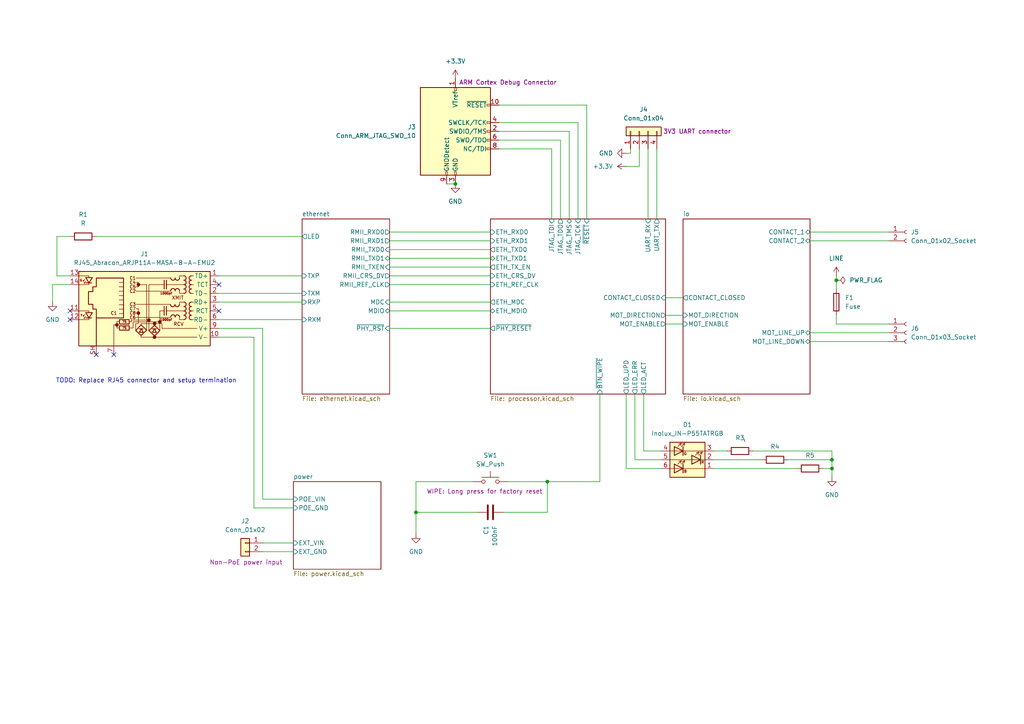
<source format=kicad_sch>
(kicad_sch (version 20250114) (generator "eeschema") (generator_version "9.0")
  (paper "A4")
  (title_block (title "iot-contact"))
  (lib_symbols
    (symbol "Connector:Conn_01x02_Socket" (pin_names (offset 1.016) (hide yes))
      (property "Reference" "J" (at 0 2.54 0))
      (property "Value" "Conn_01x02_Socket" (at 0 -5.08 0))
      (symbol "Conn_01x02_Socket_1_1"
        (polyline (pts (xy -1.27 0) (xy -0.508 0)) (stroke (width 0.1524)))
        (polyline (pts (xy -1.27 -2.54) (xy -0.508 -2.54)) (stroke (width 0.1524)))
        (arc (start 0 -0.508) (mid -0.5058 0) (end 0 0.508) (stroke (width 0.1524)))
        (arc (start 0 -3.048) (mid -0.5058 -2.54) (end 0 -2.032) (stroke (width 0.1524)))
        (pin passive line (at -5.08 0 0) (length 3.81) (name "Pin_1") (number "1"))
        (pin passive line (at -5.08 -2.54 0) (length 3.81) (name "Pin_2") (number "2"))
      )
    )
    (symbol "Connector:Conn_01x03_Socket" (pin_names (offset 1.016) (hide yes))
      (property "Reference" "J" (at 0 5.08 0))
      (property "Value" "Conn_01x03_Socket" (at 0 -5.08 0))
      (symbol "Conn_01x03_Socket_1_1"
        (polyline (pts (xy -1.27 2.54) (xy -0.508 2.54)) (stroke (width 0.1524)))
        (polyline (pts (xy -1.27 0) (xy -0.508 0)) (stroke (width 0.1524)))
        (polyline (pts (xy -1.27 -2.54) (xy -0.508 -2.54)) (stroke (width 0.1524)))
        (arc (start 0 2.032) (mid -0.5058 2.54) (end 0 3.048) (stroke (width 0.1524)))
        (arc (start 0 -0.508) (mid -0.5058 0) (end 0 0.508) (stroke (width 0.1524)))
        (arc (start 0 -3.048) (mid -0.5058 -2.54) (end 0 -2.032) (stroke (width 0.1524)))
        (pin passive line (at -5.08 2.54 0) (length 3.81) (name "Pin_1") (number "1"))
        (pin passive line (at -5.08 0 0) (length 3.81) (name "Pin_2") (number "2"))
        (pin passive line (at -5.08 -2.54 0) (length 3.81) (name "Pin_3") (number "3"))
      )
    )
    (symbol "Connector:Conn_ARM_JTAG_SWD_10" (pin_names (offset 1.016))
      (property "Reference" "J" (at -2.54 16.51 0))
      (property "Value" "Conn_ARM_JTAG_SWD_10" (at -2.54 13.97 0))
      (symbol "Conn_ARM_JTAG_SWD_10_0_1"
        (rectangle (start -10.16 12.7) (end 10.16 -12.7) (stroke (width 0.254)) (fill (type background)))
        (rectangle (start -2.794 -12.7) (end -2.286 -11.684))
        (rectangle (start -0.254 12.7) (end 0.254 11.684))
        (rectangle (start -0.254 -12.7) (end 0.254 -11.684))
        (rectangle (start 9.144 2.286) (end 10.16 2.794))
        (rectangle (start 10.16 7.874) (end 9.144 7.366))
        (rectangle (start 10.16 -0.254) (end 9.144 0.254))
        (rectangle (start 10.16 -2.794) (end 9.144 -2.286))
      )
      (symbol "Conn_ARM_JTAG_SWD_10_1_1"
        (rectangle (start 9.144 -5.334) (end 10.16 -4.826))
        (pin no_connect line (at -10.16 0 0) (length 2.54) (hide yes) (name "KEY") (number "7"))
        (pin passive line (at -2.54 -15.24 90) (length 2.54) (name "GNDDetect") (number "9"))
        (pin power_in line (at 0 15.24 270) (length 2.54) (name "VTref") (number "1"))
        (pin power_in line (at 0 -15.24 90) (length 2.54) (name "GND") (number "3"))
        (pin passive line (at 0 -15.24 90) (length 2.54) (hide yes) (name "GND") (number "5"))
        (pin open_collector line (at 12.7 7.62 180) (length 2.54) (name "~{RESET}") (number "10"))
        (pin output line (at 12.7 2.54 180) (length 2.54) (name "SWCLK/TCK") (number "4"))
        (pin bidirectional line (at 12.7 0 180) (length 2.54) (name "SWDIO/TMS") (number "2"))
        (pin input line (at 12.7 -2.54 180) (length 2.54) (name "SWO/TDO") (number "6"))
        (pin output line (at 12.7 -5.08 180) (length 2.54) (name "NC/TDI") (number "8"))
      )
    )
    (symbol "Connector:RJ45_Abracon_ARJP11A-MASA-B-A-EMU2"
      (property "Reference" "J" (at 18.415 12.7 0))
      (property "Value" "RJ45_Abracon_ARJP11A-MASA-B-A-EMU2" (at -4.445 12.7 0))
      (symbol "RJ45_Abracon_ARJP11A-MASA-B-A-EMU2_0_0"
        (polyline (pts (xy -5.08 8.89) (xy -5.08 6.35)) (stroke (width 0.254)))
        (polyline (pts (xy -5.08 1.27) (xy -5.08 -1.27)) (stroke (width 0.254)))
        (polyline (pts (xy -4.445 8.89) (xy -4.445 6.35)) (stroke (width 0.254)))
        (polyline (pts (xy -4.445 1.27) (xy -4.445 -1.27)) (stroke (width 0.254)))
        (circle (center -3.175 -3.175) (radius 0.0001) (stroke (width 0.508)))
        (circle (center -1.651 -3.683) (radius 0.0001) (stroke (width 0.508)))
        (circle (center -1.651 -7.62) (radius 0.0001) (stroke (width 0.508)))
        (circle (center 0 -2.667) (radius 0.0001) (stroke (width 0.508)))
        (circle (center 3.048 7.62) (radius 0.0001) (stroke (width 0.508)))
        (circle (center 3.048 -0.635) (radius 0.0001) (stroke (width 0.508)))
        (polyline (pts (xy 3.683 8.255) (xy 3.048 8.255) (xy 3.048 6.985) (xy 3.683 6.985)))
        (polyline (pts (xy 3.683 0.635) (xy 3.048 0.635) (xy 3.048 -0.635) (xy 3.683 -0.635)))
        (polyline (pts (xy 8.636 -4.953) (xy 9.271 -4.953) (xy 9.271 -3.048) (xy 8.636 -3.048)))
        (polyline (pts (xy 9.271 -4.064) (xy 10.16 -4.064)))
        (circle (center 9.271 -4.064) (radius 0.0001) (stroke (width 0.508)))
        (polyline (pts (xy 17.399 9.652) (xy 17.399 10.16) (xy 20.32 10.16)))
        (polyline (pts (xy 17.399 -0.508) (xy 17.399 0) (xy 20.32 0)))
        (polyline (pts (xy 20.32 7.62) (xy 17.399 7.62) (xy 17.399 8.128)))
        (polyline (pts (xy 20.32 -2.54) (xy 17.399 -2.54) (xy 17.399 -2.032)))
        (text "XMIT" (at -10.16 3.81 0) (effects (font (size 1.016 1.016)) (justify left)))
        (text "RCV" (at -10.16 -3.81 0) (effects (font (size 1.016 1.016)) (justify left)))
        (text "C1" (at 4.699 9.525 0) (effects (font (size 0.889 0.889))))
        (text "C4" (at 4.699 8.255 0) (effects (font (size 0.889 0.889))))
        (text "C5" (at 4.699 6.985 0) (effects (font (size 0.889 0.889))))
        (text "C2" (at 4.699 5.715 0) (effects (font (size 0.889 0.889))))
        (text "C3" (at 4.699 1.905 0) (effects (font (size 0.889 0.889))))
        (text "C7" (at 4.699 0.635 0) (effects (font (size 0.889 0.889))))
        (text "C8" (at 4.699 -0.635 0) (effects (font (size 0.889 0.889))))
        (text "C6" (at 4.699 -1.905 0) (effects (font (size 0.889 0.889))))
        (text "C1" (at 10.16 -0.635 0) (effects (font (size 0.889 0.889))))
      )
      (symbol "RJ45_Abracon_ARJP11A-MASA-B-A-EMU2_0_1"
        (rectangle (start -17.78 11.43) (end 20.32 -10.16) (stroke (width 0.254)) (fill (type background)))
        (polyline (pts (xy -12.3163 10.16) (xy -12.9513 10.16)))
        (polyline (pts (xy -12.3163 7.62) (xy -12.9513 7.62)))
        (polyline (pts (xy -12.3163 5.08) (xy -12.9513 5.08)))
        (polyline (pts (xy -12.3163 2.54) (xy -12.9513 2.54)))
        (polyline (pts (xy -12.3163 0) (xy -12.9513 0)))
        (polyline (pts (xy -12.3163 -2.54) (xy -12.9513 -2.54)))
        (polyline (pts (xy -10.16 10.16) (xy -8.89 10.16) (xy -8.89 9.525)))
        (polyline (pts (xy -10.16 2.54) (xy -8.89 2.54) (xy -8.89 1.905)))
        (polyline (pts (xy -8.89 5.715) (xy -8.89 5.08) (xy -10.16 5.08)))
        (polyline (pts (xy -8.89 -1.905) (xy -8.89 -2.54) (xy -10.16 -2.54)))
        (polyline (pts (xy -6.35 9.525) (xy 3.683 9.525)))
        (polyline (pts (xy -6.35 5.715) (xy 3.683 5.715)))
        (polyline (pts (xy -6.35 -1.905) (xy 3.683 -1.905)))
        (polyline (pts (xy -6.223 1.905) (xy 3.683 1.905)))
        (polyline (pts (xy -5.08 7.62) (xy -10.16 7.62)))
        (polyline (pts (xy -5.08 0) (xy -10.16 0)))
        (polyline (pts (xy -4.445 7.62) (xy 0 7.62) (xy 0 -5.715)))
        (polyline (pts (xy -4.445 0) (xy -3.175 0) (xy -3.175 -5.715)))
        (polyline (pts (xy 7.366 5.715) (xy 8.636 5.715)))
        (polyline (pts (xy 7.366 4.445) (xy 8.636 4.445)))
        (polyline (pts (xy 7.366 3.175) (xy 8.636 3.175)))
        (polyline (pts (xy 7.366 1.778) (xy 8.636 1.778)))
        (polyline (pts (xy 7.366 0.508) (xy 8.636 0.508)))
        (polyline (pts (xy 8.636 8.255) (xy 7.366 8.255)))
        (polyline (pts (xy 8.636 6.985) (xy 7.366 6.985)))
        (polyline (pts (xy 8.636 -0.762) (xy 7.366 -0.762)))
      )
      (symbol "RJ45_Abracon_ARJP11A-MASA-B-A-EMU2_1_0"
        (text "1000pF" (at -5.08 5.08 0) (effects (font (size 0.635 0.635))))
        (text "1000pF" (at -5.08 -2.54 0) (effects (font (size 0.635 0.635))))
      )
      (symbol "RJ45_Abracon_ARJP11A-MASA-B-A-EMU2_1_1"
        (polyline (pts (xy -13.97 -5.08) (xy -3.81 -5.08)))
        (polyline (pts (xy -13.97 -7.62) (xy 2.286 -7.62)))
        (arc (start -12.3163 2.54) (mid -11.684 1.905) (end -12.3163 1.27) (stroke (width 0.254)))
        (arc (start -12.3136 10.16) (mid -11.6813 9.525) (end -12.3136 8.89) (stroke (width 0.254)))
        (arc (start -12.3136 1.27) (mid -11.6813 0.635) (end -12.3136 0) (stroke (width 0.254)))
        (arc (start -12.3136 0) (mid -11.6813 -0.635) (end -12.3136 -1.27) (stroke (width 0.254)))
        (arc (start -12.3136 -1.27) (mid -11.6813 -1.905) (end -12.3136 -2.54) (stroke (width 0.254)))
        (arc (start -12.3109 8.89) (mid -11.6786 8.255) (end -12.3109 7.62) (stroke (width 0.254)))
        (arc (start -12.3109 7.62) (mid -11.6786 6.985) (end -12.3109 6.35) (stroke (width 0.254)))
        (arc (start -12.3109 6.35) (mid -11.6786 5.715) (end -12.3109 5.08) (stroke (width 0.254)))
        (arc (start -10.1654 8.89) (mid -10.7977 9.525) (end -10.1654 10.16) (stroke (width 0.254)))
        (arc (start -10.1654 7.62) (mid -10.7977 8.255) (end -10.1654 8.89) (stroke (width 0.254)))
        (arc (start -10.1654 6.35) (mid -10.7977 6.985) (end -10.1654 7.62) (stroke (width 0.254)))
        (arc (start -10.1654 1.27) (mid -10.7977 1.905) (end -10.1654 2.54) (stroke (width 0.254)))
        (arc (start -10.1654 0) (mid -10.7977 0.635) (end -10.1654 1.27) (stroke (width 0.254)))
        (arc (start -10.1654 -1.27) (mid -10.7977 -0.635) (end -10.1654 0) (stroke (width 0.254)))
        (arc (start -10.1627 5.08) (mid -10.795 5.715) (end -10.1627 6.35) (stroke (width 0.254)))
        (arc (start -10.1627 -2.54) (mid -10.795 -1.905) (end -10.1627 -1.27) (stroke (width 0.254)))
        (arc (start -7.62 9.5223) (mid -8.255 8.89) (end -8.89 9.5223) (stroke (width 0.254)))
        (arc (start -8.89 5.8447) (mid -8.255 6.477) (end -7.62 5.8447) (stroke (width 0.254)))
        (arc (start -8.89 -1.7753) (mid -8.255 -1.143) (end -7.62 -1.7753) (stroke (width 0.254)))
        (arc (start -7.5565 1.8388) (mid -8.1915 1.2065) (end -8.8265 1.8388) (stroke (width 0.254)))
        (arc (start -6.35 9.525) (mid -6.985 8.8927) (end -7.62 9.525) (stroke (width 0.254)))
        (arc (start -7.62 5.8474) (mid -6.985 6.4797) (end -6.35 5.8474) (stroke (width 0.254)))
        (arc (start -7.62 -1.7726) (mid -6.985 -1.1403) (end -6.35 -1.7726) (stroke (width 0.254)))
        (arc (start -6.2865 1.8415) (mid -6.9215 1.2092) (end -7.5565 1.8415) (stroke (width 0.254)))
        (polyline (pts (xy -3.81 -5.08) (xy -3.81 -3.683) (xy -1.651 -3.683)))
        (polyline (pts (xy -2.159 -5.207) (xy -1.016 -5.207)) (stroke (width 0.254)))
        (polyline (pts (xy -2.159 -6.223) (xy -1.016 -6.223) (xy -1.651 -5.207) (xy -2.159 -6.223)) (stroke (width 0.254)))
        (polyline (pts (xy -1.905 -3.683) (xy -1.651 -3.683) (xy -1.651 -4.191)))
        (polyline (pts (xy -1.651 -3.683) (xy 2.286 -3.683) (xy 2.286 -4.064)))
        (polyline (pts (xy -1.651 -4.191) (xy -3.175 -5.715) (xy -1.651 -7.239) (xy 0 -5.715) (xy -1.651 -4.191)) (stroke (width 0.254)))
        (polyline (pts (xy -1.651 -7.239) (xy -1.651 -7.493)))
        (polyline (pts (xy 1.651 -5.207) (xy 2.794 -5.207)) (stroke (width 0.254)))
        (polyline (pts (xy 1.651 -6.223) (xy 2.794 -6.223) (xy 2.159 -5.207) (xy 1.651 -6.223)) (stroke (width 0.254)))
        (polyline (pts (xy 2.286 -4.064) (xy 0.635 -5.588) (xy 2.286 -7.112) (xy 3.81 -5.715) (xy 2.286 -4.064)) (stroke (width 0.254)))
        (polyline (pts (xy 2.286 -7.112) (xy 2.286 -7.62)))
        (polyline (pts (xy 3.048 7.62) (xy 0.635 7.62) (xy 0.635 -5.588)))
        (polyline (pts (xy 3.048 -0.508) (xy 3.048 -3.683) (xy 3.81 -3.683) (xy 3.81 -5.715)))
        (polyline (pts (xy 5.715 -3.175) (xy 5.08 -3.175) (xy 5.08 -2.667) (xy 0 -2.667)))
        (polyline (pts (xy 5.715 -4.953) (xy 4.572 -4.953) (xy 4.572 -3.175) (xy -3.175 -3.175)))
        (polyline (pts (xy 7.366 -2.032) (xy 7.366 9.525) (xy 15.24 9.525) (xy 15.24 6.985) (xy 16.256 6.985) (xy 16.256 5.588) (xy 17.526 5.588) (xy 17.526 1.905) (xy 16.256 1.905) (xy 16.256 0.508) (xy 15.24 0.508) (xy 15.24 -2.032) (xy 7.366 -2.032)) (stroke (width 0.254)))
        (rectangle (start 8.509 -3.81) (end 5.715 -2.54) (stroke (width 0.254)))
        (rectangle (start 8.509 -5.588) (end 5.715 -4.318) (stroke (width 0.254)))
        (polyline (pts (xy 10.16 -4.064) (xy 10.16 -10.16)))
        (polyline (pts (xy 15.24 -10.16) (xy 15.24 -2.032)) (stroke (width 0.254)))
        (polyline (pts (xy 18.161 8.128) (xy 16.637 8.128)) (stroke (width 0.254)))
        (polyline (pts (xy 18.161 -2.032) (xy 16.637 -2.032)) (stroke (width 0.254)))
        (polyline (pts (xy 18.288 9.652) (xy 16.383 9.652) (xy 17.399 8.128) (xy 18.288 9.652)) (stroke (width 0.254)))
        (polyline (pts (xy 18.288 8.509) (xy 18.796 8.001) (xy 18.542 8.001)))
        (polyline (pts (xy 18.288 -0.508) (xy 16.383 -0.508) (xy 17.399 -2.032) (xy 18.288 -0.508)) (stroke (width 0.254)))
        (polyline (pts (xy 18.288 -1.651) (xy 18.796 -2.159) (xy 18.542 -2.159)))
        (polyline (pts (xy 18.542 9.144) (xy 19.05 8.636) (xy 18.796 8.636)))
        (polyline (pts (xy 18.542 -1.016) (xy 19.05 -1.524) (xy 18.796 -1.524)))
        (polyline (pts (xy 18.796 8.001) (xy 18.796 8.255)))
        (polyline (pts (xy 18.796 -2.159) (xy 18.796 -1.905)))
        (polyline (pts (xy 19.05 8.636) (xy 19.05 8.89)))
        (polyline (pts (xy 19.05 -1.524) (xy 19.05 -1.27)))
        (text "75" (at 7.112 -3.175 0) (effects (font (size 0.635 0.635))))
        (text "75" (at 7.112 -4.953 0) (effects (font (size 0.635 0.635))))
        (text "Y" (at 19.558 -1.27 0) (effects (font (size 0.635 0.635))))
        (text "G" (at 19.685 8.89 0) (effects (font (size 0.635 0.635))))
        (pin passive line (at -20.32 10.16 0) (length 2.54) (name "TD+") (number "1"))
        (pin passive line (at -20.32 7.62 0) (length 2.54) (name "TCT") (number "4"))
        (pin passive line (at -20.32 5.08 0) (length 2.54) (name "TD-") (number "2"))
        (pin passive line (at -20.32 2.54 0) (length 2.54) (name "RD+") (number "3"))
        (pin passive line (at -20.32 0 0) (length 2.54) (name "RCT") (number "5"))
        (pin passive line (at -20.32 -2.54 0) (length 2.54) (name "RD-") (number "6"))
        (pin power_out line (at -20.32 -5.08 0) (length 2.54) (name "V+") (number "9"))
        (pin power_out line (at -20.32 -7.62 0) (length 2.54) (name "V-") (number "10"))
        (pin power_in line (at 10.16 -12.7 90) (length 2.54) (name "") (number "7"))
        (pin passive line (at 15.24 -12.7 90) (length 2.54) (name "") (number "SH"))
        (pin no_connect line (at 20.32 5.08 0) (length 0) (hide yes) (name "NC") (number "8"))
        (pin passive line (at 22.86 10.16 180) (length 2.54) (name "") (number "13"))
        (pin passive line (at 22.86 7.62 180) (length 2.54) (name "") (number "14"))
        (pin passive line (at 22.86 0 180) (length 2.54) (name "") (number "11"))
        (pin passive line (at 22.86 -2.54 180) (length 2.54) (name "") (number "12"))
      )
    )
    (symbol "Connector_Generic:Conn_01x02" (pin_names (offset 1.016) (hide yes))
      (property "Reference" "J" (at 0 2.54 0))
      (property "Value" "Conn_01x02" (at 0 -5.08 0))
      (symbol "Conn_01x02_1_1"
        (rectangle (start -1.27 1.27) (end 1.27 -3.81) (stroke (width 0.254)) (fill (type background)))
        (rectangle (start -1.27 0.127) (end 0 -0.127) (stroke (width 0.1524)))
        (rectangle (start -1.27 -2.413) (end 0 -2.667) (stroke (width 0.1524)))
        (pin passive line (at -5.08 0 0) (length 3.81) (name "Pin_1") (number "1"))
        (pin passive line (at -5.08 -2.54 0) (length 3.81) (name "Pin_2") (number "2"))
      )
    )
    (symbol "Connector_Generic:Conn_01x04" (pin_names (offset 1.016) (hide yes))
      (property "Reference" "J" (at 0 5.08 0))
      (property "Value" "Conn_01x04" (at 0 -7.62 0))
      (symbol "Conn_01x04_1_1"
        (rectangle (start -1.27 3.81) (end 1.27 -6.35) (stroke (width 0.254)) (fill (type background)))
        (rectangle (start -1.27 2.667) (end 0 2.413) (stroke (width 0.1524)))
        (rectangle (start -1.27 0.127) (end 0 -0.127) (stroke (width 0.1524)))
        (rectangle (start -1.27 -2.413) (end 0 -2.667) (stroke (width 0.1524)))
        (rectangle (start -1.27 -4.953) (end 0 -5.207) (stroke (width 0.1524)))
        (pin passive line (at -5.08 2.54 0) (length 3.81) (name "Pin_1") (number "1"))
        (pin passive line (at -5.08 0 0) (length 3.81) (name "Pin_2") (number "2"))
        (pin passive line (at -5.08 -2.54 0) (length 3.81) (name "Pin_3") (number "3"))
        (pin passive line (at -5.08 -5.08 0) (length 3.81) (name "Pin_4") (number "4"))
      )
    )
    (symbol "Device:C" (pin_numbers (hide yes)) (pin_names (offset 0.254))
      (property "Reference" "C" (at 0.635 2.54 0))
      (property "Value" "C" (at 0.635 -2.54 0))
      (symbol "C_0_1"
        (polyline (pts (xy -2.032 0.762) (xy 2.032 0.762)) (stroke (width 0.508)))
        (polyline (pts (xy -2.032 -0.762) (xy 2.032 -0.762)) (stroke (width 0.508)))
      )
      (symbol "C_1_1"
        (pin passive line (at 0 3.81 270) (length 2.794) (name "~") (number "1"))
        (pin passive line (at 0 -3.81 90) (length 2.794) (name "~") (number "2"))
      )
    )
    (symbol "Device:Fuse" (pin_numbers (hide yes)) (pin_names (offset 0))
      (property "Reference" "F" (at 2.032 0 90))
      (property "Value" "Fuse" (at -1.905 0 90))
      (symbol "Fuse_0_1"
        (rectangle (start -0.762 -2.54) (end 0.762 2.54) (stroke (width 0.254)))
        (polyline (pts (xy 0 2.54) (xy 0 -2.54)))
      )
      (symbol "Fuse_1_1"
        (pin passive line (at 0 3.81 270) (length 1.27) (name "~") (number "1"))
        (pin passive line (at 0 -3.81 90) (length 1.27) (name "~") (number "2"))
      )
    )
    (symbol "Device:R" (pin_numbers (hide yes)) (pin_names (offset 0))
      (property "Reference" "R" (at 2.032 0 90))
      (property "Value" "R" (at 0 0 90))
      (symbol "R_0_1"
        (rectangle (start -1.016 -2.54) (end 1.016 2.54) (stroke (width 0.254)))
      )
      (symbol "R_1_1"
        (pin passive line (at 0 3.81 270) (length 1.27) (name "~") (number "1"))
        (pin passive line (at 0 -3.81 90) (length 1.27) (name "~") (number "2"))
      )
    )
    (symbol "LED:Inolux_IN-P55TATRGB" (pin_names (hide yes))
      (property "Reference" "D" (at -5.08 6.35 0))
      (property "Value" "Inolux_IN-P55TATRGB" (at -5.08 -6.35 0))
      (symbol "Inolux_IN-P55TATRGB_0_0"
        (text "B" (at -0.635 -3.3274 0) (effects (font (size 0.762 0.762))))
      )
      (symbol "Inolux_IN-P55TATRGB_0_1"
        (rectangle (start -5.08 5.08) (end 5.08 -5.08) (stroke (width 0.254)) (fill (type background)))
        (polyline (pts (xy -5.08 2.54) (xy 5.08 2.54)))
        (polyline (pts (xy -5.08 0) (xy 5.08 0)))
        (polyline (pts (xy -5.08 -2.54) (xy 5.08 -2.54)))
        (polyline (pts (xy -3.81 3.81) (xy -3.81 1.27) (xy -1.27 2.54) (xy -3.81 3.81)) (stroke (width 0.254)))
        (polyline (pts (xy -3.81 -1.27) (xy -3.81 -3.81) (xy -1.27 -2.54) (xy -3.81 -1.27)) (stroke (width 0.254)))
        (polyline (pts (xy -2.794 3.81) (xy -1.778 4.826)))
        (polyline (pts (xy -2.794 -1.27) (xy -1.778 -0.254)))
        (polyline (pts (xy -2.54 4.572) (xy -1.778 4.826) (xy -2.032 4.064)))
        (polyline (pts (xy -2.032 -1.016) (xy -1.778 -0.254) (xy -2.54 -0.508)))
        (polyline (pts (xy -1.778 3.81) (xy -0.762 4.826)))
        (polyline (pts (xy -1.778 -1.27) (xy -0.762 -0.254)))
        (polyline (pts (xy -1.524 4.572) (xy -0.762 4.826) (xy -1.016 4.064)))
        (polyline (pts (xy -1.524 -0.508) (xy -0.762 -0.254) (xy -1.016 -1.016)))
        (polyline (pts (xy -1.27 3.81) (xy -1.27 1.27)) (stroke (width 0.254)))
        (polyline (pts (xy -1.27 -1.27) (xy -1.27 -3.81)) (stroke (width 0.254)))
        (polyline (pts (xy 1.27 1.27) (xy 1.27 -1.27) (xy 3.81 0) (xy 1.27 1.27)) (stroke (width 0.254)))
        (polyline (pts (xy 2.286 1.27) (xy 3.302 2.286)))
        (polyline (pts (xy 3.048 1.524) (xy 3.302 2.286) (xy 2.54 2.032)))
        (polyline (pts (xy 3.302 1.27) (xy 4.318 2.286)))
        (polyline (pts (xy 3.556 2.032) (xy 4.318 2.286) (xy 4.064 1.524)))
        (polyline (pts (xy 3.81 1.27) (xy 3.81 -1.27)) (stroke (width 0.254)))
      )
      (symbol "Inolux_IN-P55TATRGB_1_0"
        (text "G" (at -0.635 1.8034 0) (effects (font (size 0.762 0.762))))
        (text "R" (at 4.4196 -0.7112 0) (effects (font (size 0.762 0.762))))
      )
      (symbol "Inolux_IN-P55TATRGB_1_1"
        (pin passive line (at -7.62 2.54 0) (length 2.54) (name "AG") (number "4"))
        (pin passive line (at -7.62 0 0) (length 2.54) (name "AR") (number "5"))
        (pin passive line (at -7.62 -2.54 0) (length 2.54) (name "AB") (number "6"))
        (pin passive line (at 7.62 2.54 180) (length 2.54) (name "KG") (number "3"))
        (pin passive line (at 7.62 0 180) (length 2.54) (name "KR") (number "2"))
        (pin passive line (at 7.62 -2.54 180) (length 2.54) (name "KB") (number "1"))
      )
    )
    (symbol "Switch:SW_Push" (pin_numbers (hide yes)) (pin_names (offset 1.016) (hide yes))
      (property "Reference" "SW" (at 1.27 2.54 0))
      (property "Value" "SW_Push" (at 0 -1.524 0))
      (symbol "SW_Push_0_1"
        (circle (center -2.032 0) (radius 0.508))
        (polyline (pts (xy 0 1.27) (xy 0 3.048)))
        (circle (center 2.032 0) (radius 0.508))
        (polyline (pts (xy 2.54 1.27) (xy -2.54 1.27)))
        (pin passive line (at -5.08 0 0) (length 2.54) (name "1") (number "1"))
        (pin passive line (at 5.08 0 180) (length 2.54) (name "2") (number "2"))
      )
    )
    (symbol "power:+3.3V" (power) (pin_numbers (hide yes)) (pin_names (offset 0) (hide yes))
      (property "Value" "+3.3V" (at 0 3.556 0))
      (symbol "+3.3V_0_1"
        (polyline (pts (xy -0.762 1.27) (xy 0 2.54)))
        (polyline (pts (xy 0 2.54) (xy 0.762 1.27)))
        (polyline (pts (xy 0 0) (xy 0 2.54)))
      )
      (symbol "+3.3V_1_1"
        (pin power_in line (at 0 0 90) (length 0) (name "~") (number "1"))
      )
    )
    (symbol "power:GND" (power) (pin_numbers (hide yes)) (pin_names (offset 0) (hide yes))
      (property "Value" "GND" (at 0 -3.81 0))
      (symbol "GND_0_1"
        (polyline (pts (xy 0 0) (xy 0 -1.27) (xy 1.27 -1.27) (xy 0 -2.54) (xy -1.27 -1.27) (xy 0 -1.27)))
      )
      (symbol "GND_1_1"
        (pin power_in line (at 0 0 270) (length 0) (name "~") (number "1"))
      )
    )
    (symbol "power:LINE" (power) (pin_numbers (hide yes)) (pin_names (offset 0) (hide yes))
      (property "Value" "LINE" (at 0 3.556 0))
      (symbol "LINE_0_1"
        (polyline (pts (xy -0.762 1.27) (xy 0 2.54)))
        (polyline (pts (xy 0 2.54) (xy 0.762 1.27)))
        (polyline (pts (xy 0 0) (xy 0 2.54)))
      )
      (symbol "LINE_1_1"
        (pin power_in line (at 0 0 90) (length 0) (name "~") (number "1"))
      )
    )
    (symbol "power:PWR_FLAG" (power) (pin_numbers (hide yes)) (pin_names (offset 0) (hide yes))
      (property "Value" "PWR_FLAG" (at 0 3.81 0))
      (symbol "PWR_FLAG_0_0"
        (pin power_out line (at 0 0 90) (length 0) (name "~") (number "1"))
      )
      (symbol "PWR_FLAG_0_1"
        (polyline (pts (xy 0 0) (xy 0 1.27) (xy -1.016 1.905) (xy 0 2.54) (xy 1.016 1.905) (xy 0 1.27)))
      )
    )
  )
  (text "TODO: Replace RJ45 connector and setup termination" (at 42.418 110.49 0) (effects (font (size 1.27 1.27))))
  (junction (at 120.65 148.59))
  (junction (at 241.3 133.35))
  (junction (at 242.57 81.28))
  (junction (at 158.75 139.7))
  (junction (at 241.3 135.89))
  (junction (at 132.08 53.34))
  (no_connect (at 33.02 102.87))
  (no_connect (at 27.94 102.87))
  (no_connect (at 63.5 90.17))
  (no_connect (at 63.5 82.55))
  (no_connect (at 20.32 90.17))
  (no_connect (at 20.32 92.71))
  (wire (pts (xy 162.56 40.64) (xy 162.56 63.5)))
  (wire (pts (xy 190.5 43.18) (xy 190.5 63.5)))
  (wire (pts (xy 120.65 139.7) (xy 137.16 139.7)))
  (wire (pts (xy 120.65 139.7) (xy 120.65 148.59)))
  (wire (pts (xy 113.03 69.85) (xy 142.24 69.85)))
  (wire (pts (xy 234.95 67.31) (xy 257.81 67.31)))
  (wire (pts (xy 113.03 74.93) (xy 142.24 74.93)))
  (wire (pts (xy 228.6 133.35) (xy 241.3 133.35)))
  (wire (pts (xy 181.61 114.3) (xy 181.61 135.89)))
  (wire (pts (xy 185.42 48.26) (xy 181.61 48.26)))
  (wire (pts (xy 158.75 148.59) (xy 158.75 139.7)))
  (wire (pts (xy 207.01 130.81) (xy 210.82 130.81)))
  (wire (pts (xy 147.32 139.7) (xy 158.75 139.7)))
  (wire (pts (xy 113.03 95.25) (xy 142.24 95.25)))
  (wire (pts (xy 241.3 135.89) (xy 241.3 138.43)))
  (wire (pts (xy 20.32 82.55) (xy 15.24 82.55)))
  (wire (pts (xy 181.61 135.89) (xy 191.77 135.89)))
  (wire (pts (xy 144.78 35.56) (xy 167.64 35.56)))
  (wire (pts (xy 158.75 139.7) (xy 173.99 139.7)))
  (wire (pts (xy 193.04 86.36) (xy 198.12 86.36)))
  (wire (pts (xy 144.78 30.48) (xy 170.18 30.48)))
  (wire (pts (xy 170.18 30.48) (xy 170.18 63.5)))
  (wire (pts (xy 16.51 68.58) (xy 16.51 80.01)))
  (wire (pts (xy 173.99 114.3) (xy 173.99 139.7)))
  (wire (pts (xy 27.94 68.58) (xy 87.63 68.58)))
  (wire (pts (xy 186.69 130.81) (xy 191.77 130.81)))
  (wire (pts (xy 113.03 77.47) (xy 142.24 77.47)))
  (wire (pts (xy 234.95 69.85) (xy 257.81 69.85)))
  (wire (pts (xy 186.69 114.3) (xy 186.69 130.81)))
  (wire (pts (xy 129.54 53.34) (xy 132.08 53.34)))
  (wire (pts (xy 16.51 80.01) (xy 20.32 80.01)))
  (wire (pts (xy 144.78 40.64) (xy 162.56 40.64)))
  (wire (pts (xy 241.3 133.35) (xy 241.3 135.89)))
  (wire (pts (xy 73.66 97.79) (xy 73.66 147.32)))
  (wire (pts (xy 242.57 93.98) (xy 257.81 93.98)))
  (wire (pts (xy 238.76 135.89) (xy 241.3 135.89)))
  (wire (pts (xy 181.61 44.45) (xy 182.88 44.45)))
  (wire (pts (xy 187.96 43.18) (xy 187.96 63.5)))
  (wire (pts (xy 63.5 95.25) (xy 76.2 95.25)))
  (wire (pts (xy 63.5 92.71) (xy 87.63 92.71)))
  (wire (pts (xy 242.57 80.01) (xy 242.57 81.28)))
  (wire (pts (xy 185.42 43.18) (xy 185.42 48.26)))
  (wire (pts (xy 144.78 43.18) (xy 160.02 43.18)))
  (wire (pts (xy 182.88 44.45) (xy 182.88 43.18)))
  (wire (pts (xy 120.65 148.59) (xy 120.65 154.94)))
  (wire (pts (xy 76.2 160.02) (xy 85.09 160.02)))
  (wire (pts (xy 165.1 38.1) (xy 165.1 63.5)))
  (wire (pts (xy 113.03 67.31) (xy 142.24 67.31)))
  (wire (pts (xy 218.44 130.81) (xy 241.3 130.81)))
  (wire (pts (xy 63.5 97.79) (xy 73.66 97.79)))
  (wire (pts (xy 193.04 91.44) (xy 198.12 91.44)))
  (wire (pts (xy 76.2 144.78) (xy 85.09 144.78)))
  (wire (pts (xy 184.15 133.35) (xy 191.77 133.35)))
  (wire (pts (xy 113.03 80.01) (xy 142.24 80.01)))
  (wire (pts (xy 167.64 35.56) (xy 167.64 63.5)))
  (wire (pts (xy 63.5 80.01) (xy 87.63 80.01)))
  (wire (pts (xy 113.03 87.63) (xy 142.24 87.63)))
  (wire (pts (xy 242.57 91.44) (xy 242.57 93.98)))
  (wire (pts (xy 113.03 90.17) (xy 142.24 90.17)))
  (wire (pts (xy 144.78 38.1) (xy 165.1 38.1)))
  (wire (pts (xy 160.02 43.18) (xy 160.02 63.5)))
  (wire (pts (xy 76.2 157.48) (xy 85.09 157.48)))
  (wire (pts (xy 113.03 82.55) (xy 142.24 82.55)))
  (wire (pts (xy 184.15 114.3) (xy 184.15 133.35)))
  (wire (pts (xy 207.01 133.35) (xy 220.98 133.35)))
  (wire (pts (xy 193.04 93.98) (xy 198.12 93.98)))
  (wire (pts (xy 73.66 147.32) (xy 85.09 147.32)))
  (wire (pts (xy 241.3 130.81) (xy 241.3 133.35)))
  (wire (pts (xy 20.32 68.58) (xy 16.51 68.58)))
  (wire (pts (xy 146.05 148.59) (xy 158.75 148.59)))
  (wire (pts (xy 113.03 72.39) (xy 142.24 72.39)))
  (wire (pts (xy 242.57 81.28) (xy 242.57 83.82)))
  (wire (pts (xy 234.95 96.52) (xy 257.81 96.52)))
  (wire (pts (xy 15.24 82.55) (xy 15.24 87.63)))
  (wire (pts (xy 76.2 95.25) (xy 76.2 144.78)))
  (wire (pts (xy 138.43 148.59) (xy 120.65 148.59)))
  (wire (pts (xy 234.95 99.06) (xy 257.81 99.06)))
  (wire (pts (xy 63.5 85.09) (xy 87.63 85.09)))
  (wire (pts (xy 207.01 135.89) (xy 231.14 135.89)))
  (wire (pts (xy 63.5 87.63) (xy 87.63 87.63)))
  (symbol (lib_id "Device:R") (at 234.95 135.89 270) (unit 1)
    (property "Reference" "R5" (at 234.95 132.08 90))
    (property "Description" "Resistor" (effects (hide yes)))
  )
  (symbol (lib_id "Connector:RJ45_Abracon_ARJP11A-MASA-B-A-EMU2") (at 43.18 90.17 0) (mirror y) (unit 1)
    (property "Reference" "J1" (at 41.91 73.66 0))
    (property "Value" "RJ45_Abracon_ARJP11A-MASA-B-A-EMU2" (at 41.91 76.2 0))
    (property "Footprint" "Connector_RJ:RJ45_Abracon_ARJP11A-MA_Horizontal" (effects (hide yes)))
    (property "Datasheet" "https://abracon.com/Magnetics/lan/ARJP11A.PDF" (effects (hide yes)))
    (property "Description" "RJ45 PoE 10/100 Base-TX Jack with Magnetic Module" (effects (hide yes)))
  )
  (symbol (lib_id "Switch:SW_Push") (at 142.24 139.7 0) (mirror y) (unit 1)
    (property "Reference" "SW1" (at 142.24 132.08 0))
    (property "Value" "SW_Push" (at 142.24 134.62 0))
    (property "Footprint" "Button_Switch_SMD:SW_SPST_TL3305B" (effects (hide yes)))
    (property "Datasheet" "https://www.e-switch.com/wp-content/uploads/2024/08/TL3305.pdf" (effects (hide yes)))
    (property "Description" "WIPE: Long press for factory reset" (at 123.698 142.494 0) (effects (justify right)))
    (property "MPN" "TL3305BF260QG" (effects (hide yes)))
    (property "Manufacturer" "E-Switch" (effects (hide yes)))
  )
  (symbol (lib_id "power:+3.3V") (at 132.08 22.86 0) (unit 1)
    (property "Reference" "#PWR03" (effects (hide yes)))
    (property "Value" "+3.3V" (at 132.08 17.78 0))
    (property "Description" "Power symbol creates a global label with name \"+3.3V\"" (effects (hide yes)))
  )
  (symbol (lib_id "Connector_Generic:Conn_01x04") (at 185.42 38.1 90) (unit 1)
    (property "Reference" "J4" (at 186.69 31.75 90))
    (property "Value" "Conn_01x04" (at 186.69 34.29 90))
    (property "Footprint" "Connector_PinHeader_2.54mm:PinHeader_1x04_P2.54mm_Vertical" (effects (hide yes)))
    (property "Description" "3V3 UART connector" (at 202.184 38.1 90))
  )
  (symbol (lib_id "LED:Inolux_IN-P55TATRGB") (at 199.39 133.35 0) (unit 1)
    (property "Reference" "D1" (at 199.39 123.19 0))
    (property "Value" "Inolux_IN-P55TATRGB" (at 199.39 125.73 0))
    (property "Footprint" "LED_SMD:LED_Inolux_IN-P55TATRGB_PLCC6_5.0x5.5mm_P1.8mm" (effects (hide yes)))
    (property "Datasheet" "https://www.inolux-corp.com/datasheet/SMDLED/RGB%20Top%20View/IN-P55TATRGB.pdf" (effects (hide yes)))
    (property "Description" "Inolux RGB LED, PLCC-6" (effects (hide yes)))
  )
  (symbol (lib_id "Connector:Conn_01x03_Socket") (at 262.89 96.52 0) (unit 1)
    (property "Reference" "J6" (at 264.16 95.2499 0) (effects (justify left)))
    (property "Value" "Conn_01x03_Socket" (at 264.16 97.7899 0) (effects (justify left)))
    (property "Footprint" "TerminalBlock_WAGO:TerminalBlock_WAGO_236-403_1x03_P5.00mm_45Degree" (effects (hide yes)))
    (property "Description" "Generic connector, single row, 01x03, script generated" (effects (hide yes)))
  )
  (symbol (lib_id "Connector:Conn_ARM_JTAG_SWD_10") (at 132.08 38.1 0) (unit 1)
    (property "Reference" "J3" (at 120.65 36.8299 0) (effects (justify right)))
    (property "Value" "Conn_ARM_JTAG_SWD_10" (at 120.65 39.3699 0) (effects (justify right)))
    (property "Datasheet" "https://mm.digikey.com/Volume0/opasdata/d220001/medias/docus/6209/ftsh-1xx-xx-xxx-dv-xxx-xxx-x-xx-mkt.pdf" (effects (hide yes)))
    (property "Description" "ARM Cortex Debug Connector" (at 147.32 23.876 0))
    (property "MPN" "FTSH-105-01-L-DV-007-K-TR" (effects (hide yes)))
    (property "Manufacturer" "samtec" (effects (hide yes)))
  )
  (symbol (lib_id "Device:Fuse") (at 242.57 87.63 0) (unit 1)
    (property "Reference" "F1" (at 245.11 86.3599 0) (effects (justify left)))
    (property "Value" "Fuse" (at 245.11 88.8999 0) (effects (justify left)))
    (property "Footprint" "Fuse:Fuseholder_Cylinder-5x20mm_Schurter_OGN-SMD_Horizontal_Open" (effects (hide yes)))
    (property "Description" "Fuse" (effects (hide yes)))
  )
  (symbol (lib_id "Connector_Generic:Conn_01x02") (at 71.12 157.48 0) (mirror y) (unit 1)
    (property "Reference" "J2" (at 71.12 151.13 0))
    (property "Value" "Conn_01x02" (at 71.12 153.67 0))
    (property "Footprint" "Connector_PinHeader_2.54mm:PinHeader_1x02_P2.54mm_Vertical" (effects (hide yes)))
    (property "Description" "Non-PoE power input" (at 71.374 163.068 0))
  )
  (symbol (lib_id "power:PWR_FLAG") (at 242.57 81.28 270) (unit 1)
    (property "Reference" "#FLG06" (effects (hide yes)))
    (property "Value" "PWR_FLAG" (at 246.38 81.2799 90) (effects (justify left)))
    (property "Description" "Special symbol for telling ERC where power comes from" (effects (hide yes)))
  )
  (symbol (lib_id "power:GND") (at 120.65 154.94 0) (unit 1)
    (property "Reference" "#PWR02" (effects (hide yes)))
    (property "Value" "GND" (at 120.65 160.02 0))
    (property "Description" "Power symbol creates a global label with name \"GND\" , ground" (effects (hide yes)))
  )
  (symbol (lib_id "Device:R") (at 214.63 130.81 90) (unit 1)
    (property "Reference" "R3" (at 214.63 127 90))
    (property "Value" "~" (at 215.8999 128.27 0) (effects (justify left)))
    (property "Description" "Resistor" (effects (hide yes)))
  )
  (symbol (lib_id "power:GND") (at 132.08 53.34 0) (unit 1)
    (property "Reference" "#PWR04" (effects (hide yes)))
    (property "Value" "GND" (at 132.08 58.42 0))
    (property "Description" "Power symbol creates a global label with name \"GND\" , ground" (effects (hide yes)))
  )
  (symbol (lib_id "power:GND") (at 241.3 138.43 0) (unit 1)
    (property "Reference" "#PWR08" (effects (hide yes)))
    (property "Value" "GND" (at 241.3 143.51 0))
    (property "Description" "Power symbol creates a global label with name \"GND\" , ground" (effects (hide yes)))
  )
  (symbol (lib_id "Connector:Conn_01x02_Socket") (at 262.89 67.31 0) (unit 1)
    (property "Reference" "J5" (at 264.16 67.3099 0) (effects (justify left)))
    (property "Value" "Conn_01x02_Socket" (at 264.16 69.8499 0) (effects (justify left)))
    (property "Footprint" "TerminalBlock_WAGO:TerminalBlock_WAGO_236-402_1x02_P5.00mm_45Degree" (effects (hide yes)))
    (property "Description" "Generic connector, single row, 01x02, script generated" (effects (hide yes)))
  )
  (symbol (lib_id "power:+3.3V") (at 181.61 48.26 90) (unit 1)
    (property "Reference" "#PWR05" (effects (hide yes)))
    (property "Value" "+3.3V" (at 177.8 48.2599 90) (effects (justify left)))
    (property "Description" "Power symbol creates a global label with name \"+3.3V\"" (effects (hide yes)))
  )
  (symbol (lib_id "power:GND") (at 181.61 44.45 270) (unit 1)
    (property "Reference" "#PWR06" (effects (hide yes)))
    (property "Value" "GND" (at 177.8 44.4499 90) (effects (justify right)))
    (property "Description" "Power symbol creates a global label with name \"GND\" , ground" (effects (hide yes)))
  )
  (symbol (lib_id "Device:C") (at 142.24 148.59 90) (mirror x) (unit 1)
    (property "Reference" "C1" (at 140.9699 152.4 0) (effects (justify left)))
    (property "Value" "100nF" (at 143.5099 152.4 0) (effects (justify left)))
    (property "Description" "Unpolarized capacitor" (effects (hide yes)))
  )
  (symbol (lib_id "power:GND") (at 15.24 87.63 0) (unit 1)
    (property "Reference" "#PWR01" (effects (hide yes)))
    (property "Value" "GND" (at 15.24 92.71 0))
    (property "Description" "Power symbol creates a global label with name \"GND\" , ground" (effects (hide yes)))
  )
  (symbol (lib_id "power:LINE") (at 242.57 80.01 0) (unit 1)
    (property "Reference" "#PWR09" (effects (hide yes)))
    (property "Value" "LINE" (at 242.57 74.93 0))
    (property "Description" "Power symbol creates a global label with name \"LINE\"" (effects (hide yes)))
  )
  (symbol (lib_id "Device:R") (at 24.13 68.58 90) (unit 1)
    (property "Reference" "R1" (at 24.13 62.23 90))
    (property "Value" "R" (at 24.13 64.77 90))
    (property "Description" "Resistor" (effects (hide yes)))
  )
  (symbol (lib_id "Device:R") (at 224.79 133.35 90) (unit 1)
    (property "Reference" "R4" (at 224.79 129.54 90))
    (property "Description" "Resistor" (effects (hide yes)))
  )
  (sheet (at 87.63 63.5) (size 25.4 50.8) (stroke (width 0.1524))
    (property "Sheetname" "ethernet" (at 87.63 62.7884 0) (effects (justify left bottom)))
    (property "Sheetfile" "ethernet.kicad_sch" (at 87.63 114.8846 0) (effects (justify left top)))
    (pin "RMII_RXD0" output (at 113.03 67.31 0))
    (pin "RMII_RXD1" output (at 113.03 69.85 0))
    (pin "RMII_TXD0" input (at 113.03 72.39 0))
    (pin "RMII_TXD1" bidirectional (at 113.03 74.93 0))
    (pin "RMII_TXEN" input (at 113.03 77.47 0))
    (pin "~{PHY_RST}" input (at 113.03 95.25 0))
    (pin "RMII_CRS_DV" output (at 113.03 80.01 0))
    (pin "RMII_REF_CLK" output (at 113.03 82.55 0))
    (pin "MDC" input (at 113.03 87.63 0))
    (pin "MDIO" bidirectional (at 113.03 90.17 0))
    (pin "LED" output (at 87.63 68.58 180))
    (pin "RXM" input (at 87.63 92.71 180))
    (pin "RXP" input (at 87.63 87.63 180))
    (pin "TXM" input (at 87.63 85.09 180))
    (pin "TXP" input (at 87.63 80.01 180))
  )
  (sheet (at 198.12 63.5) (size 36.83 50.8) (stroke (width 0.1524))
    (property "Sheetname" "io" (at 198.12 62.7884 0) (effects (justify left bottom)))
    (property "Sheetfile" "io.kicad_sch" (at 198.12 114.8846 0) (effects (justify left top)))
    (pin "CONTACT_1" bidirectional (at 234.95 67.31 0))
    (pin "CONTACT_2" bidirectional (at 234.95 69.85 0))
    (pin "MOT_DIRECTION" input (at 198.12 91.44 180))
    (pin "MOT_ENABLE" input (at 198.12 93.98 180))
    (pin "CONTACT_CLOSED" output (at 198.12 86.36 180))
    (pin "MOT_LINE_DOWN" bidirectional (at 234.95 99.06 0))
    (pin "MOT_LINE_UP" bidirectional (at 234.95 96.52 0))
  )
  (sheet (at 142.24 63.5) (size 50.8 50.8) (stroke (width 0.1524))
    (property "Sheetname" "processor" (effects (hide yes)))
    (property "Sheetfile" "processor.kicad_sch" (at 142.24 114.8846 0) (effects (justify left top)))
    (pin "JTAG_TDI" input (at 160.02 63.5 90))
    (pin "JTAG_TDO" output (at 162.56 63.5 90))
    (pin "JTAG_TMS" bidirectional (at 165.1 63.5 90))
    (pin "JTAG_TCK" input (at 167.64 63.5 90))
    (pin "UART_RX" input (at 187.96 63.5 90))
    (pin "UART_TX" output (at 190.5 63.5 90))
    (pin "LED_UPD" output (at 181.61 114.3 270))
    (pin "LED_ACT" output (at 186.69 114.3 270))
    (pin "MOT_DIRECTION" output (at 193.04 91.44 0))
    (pin "MOT_ENABLE" output (at 193.04 93.98 0))
    (pin "CONTACT_CLOSED" input (at 193.04 86.36 0))
    (pin "~{BTN_WIPE}" input (at 173.99 114.3 270))
    (pin "~{RESET}" input (at 170.18 63.5 90))
    (pin "ETH_RXD0" input (at 142.24 67.31 180))
    (pin "ETH_CRS_DV" input (at 142.24 80.01 180))
    (pin "ETH_RXD1" input (at 142.24 69.85 180))
    (pin "ETH_TX_EN" output (at 142.24 77.47 180))
    (pin "ETH_TXD0" output (at 142.24 72.39 180))
    (pin "ETH_TXD1" bidirectional (at 142.24 74.93 180))
    (pin "ETH_REF_CLK" input (at 142.24 82.55 180))
    (pin "ETH_MDC" output (at 142.24 87.63 180))
    (pin "ETH_MDIO" bidirectional (at 142.24 90.17 180))
    (pin "~{PHY_RESET}" output (at 142.24 95.25 180))
    (pin "LED_ERR" output (at 184.15 114.3 270))
  )
  (sheet (at 85.09 139.7) (size 25.4 25.4) (stroke (width 0.1524))
    (property "Sheetname" "power" (at 85.09 138.9884 0) (effects (justify left bottom)))
    (property "Sheetfile" "power.kicad_sch" (at 85.09 165.6846 0) (effects (justify left top)))
    (pin "EXT_GND" input (at 85.09 160.02 180))
    (pin "EXT_VIN" input (at 85.09 157.48 180))
    (pin "POE_GND" input (at 85.09 147.32 180))
    (pin "POE_VIN" input (at 85.09 144.78 180))
  )
)
</source>
